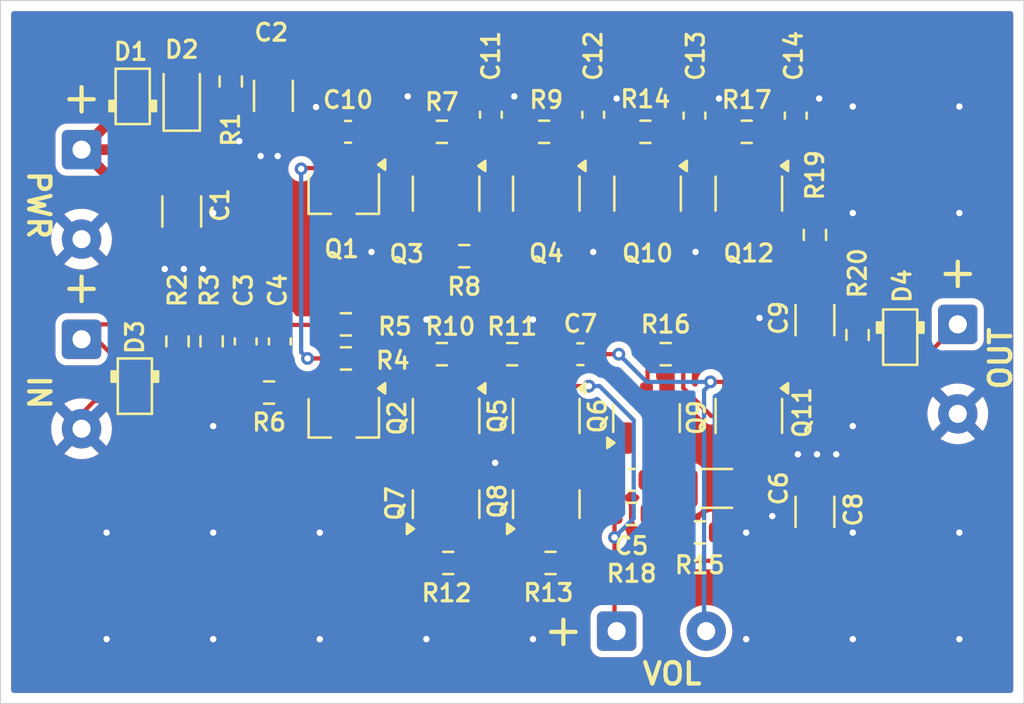
<source format=kicad_pcb>
(kicad_pcb (version 20240108) (generator "pcbnew") (generator_version "8.0")
  (layers (0 "F.Cu" signal) (31 "B.Cu" signal) (34 "B.Paste" user) (35 "F.Paste" user) (36 "B.SilkS" user "B.Silkscreen") (37 "F.SilkS" user "F.Silkscreen") (38 "B.Mask" user) (39 "F.Mask" user) (44 "Edge.Cuts" user))
  (net 0 "")
  (net 1 "GND")
  (net 2 "VCC")
  (net 3 "+9V")
  (net 4 "Net-(C3-Pad1)")
  (net 5 "Net-(Q1-G)")
  (net 6 "Net-(Q10-C)")
  (net 7 "Net-(Q5-C)")
  (net 8 "Net-(Q9-E)")
  (net 9 "Net-(Q11-E)")
  (net 10 "Net-(Q6-B)")
  (net 11 "Net-(C8-Pad2)")
  (net 12 "Net-(C9-Pad2)")
  (net 13 "/OUT")
  (net 14 "/IN")
  (net 15 "Net-(Q1-S)")
  (net 16 "Net-(Q2-D)")
  (net 17 "Net-(Q2-S)")
  (net 18 "Net-(Q3-E)")
  (net 19 "Net-(Q10-B)")
  (net 20 "Net-(Q4-C)")
  (net 21 "Net-(Q4-E)")
  (net 22 "Net-(Q5-E)")
  (net 23 "Net-(Q6-E)")
  (net 24 "Net-(Q6-C)")
  (net 25 "Net-(Q7-E)")
  (net 26 "Net-(Q8-E)")
  (net 27 "Net-(Q10-E)")
  (net 28 "Net-(Q11-B)")
  (net 29 "Net-(Q12-E)")
  (footprint "Diode_SMD:D_SOD-323" (layer "F.Cu") (at 23.5 19.5 90)
    (property "Reference" "D2" (at 2.2 0 0) (layer "F.SilkS") (effects (font (size 0.8 0.8))))
    (property "Value" "1N5819")
    (pad "1" smd roundrect (at -1.05 0 90) (size 0.6 0.45) (layers "F.Cu" "F.Paste" "F.Mask") (net 2 "VCC"))
    (pad "2" smd roundrect (at 1.05 0 90) (size 0.6 0.45) (layers "F.Cu" "F.Paste" "F.Mask") (net 1 "GND"))
  )
  (footprint "Resistor_SMD:R_0603_1608Metric" (layer "F.Cu") (at 39 31.6 180)
    (property "Reference" "R11" (at 0 1.3 0) (layer "F.SilkS") (effects (font (size 0.8 0.8))))
    (property "Value" "100")
    (pad "1" smd roundrect (at -0.825 0 180) (size 0.8 0.95) (layers "F.Cu" "F.Paste" "F.Mask") (net 23 "Net-(Q6-E)"))
    (pad "2" smd roundrect (at 0.825 0 180) (size 0.8 0.95) (layers "F.Cu" "F.Paste" "F.Mask") (net 20 "Net-(Q4-C)"))
  )
  (footprint "Resistor_SMD:R_0603_1608Metric" (layer "F.Cu") (at 25.8 18.8 90)
    (property "Reference" "R1" (at -2.2625 0 90) (layer "F.SilkS") (effects (font (size 0.8 0.8))))
    (property "Value" "100")
    (pad "1" smd roundrect (at -0.825 0 90) (size 0.8 0.95) (layers "F.Cu" "F.Paste" "F.Mask") (net 2 "VCC"))
    (pad "2" smd roundrect (at 0.825 0 90) (size 0.8 0.95) (layers "F.Cu" "F.Paste" "F.Mask") (net 3 "+9V"))
  )
  (footprint "Capacitor_SMD:C_1206_3216Metric" (layer "F.Cu") (at 53.2 39 -90)
    (property "Reference" "C8" (at -0.1 -1.8 90) (layer "F.SilkS") (effects (font (size 0.8 0.8))))
    (property "Value" "100u")
    (pad "1" smd roundrect (at -1.475 0 270) (size 1.15 1.8) (layers "F.Cu" "F.Paste" "F.Mask") (roundrect_rratio 0.217391) (net 1 "GND"))
    (pad "2" smd roundrect (at 1.475 0 270) (size 1.15 1.8) (layers "F.Cu" "F.Paste" "F.Mask") (roundrect_rratio 0.217391) (net 11 "Net-(C8-Pad2)"))
  )
  (footprint "PCM_Diode_SMD_AKL:D_SOD-523" (layer "F.Cu") (at 57.2 30.8 -90)
    (property "Reference" "D4" (at -2.4 -0.1 90) (layer "F.SilkS") (effects (font (size 0.8 0.8))))
    (property "Value" "PESD24VS1U" (hide yes))
    (pad "1" smd roundrect (at -0.7 0 90) (size 0.6 0.7) (layers "F.Cu" "F.Paste" "F.Mask") (net 13 "/OUT"))
    (pad "2" smd roundrect (at 0.7 0 90) (size 0.6 0.7) (layers "F.Cu" "F.Paste" "F.Mask") (net 1 "GND"))
  )
  (footprint "Package_TO_SOT_SMD:SC-59" (layer "F.Cu") (at 31.1 24.0625 -90)
    (property "Reference" "Q1" (at 2.6 0.1 0) (layer "F.SilkS") (effects (font (size 0.8 0.8))))
    (property "Value" "2SK209")
    (pad "1" smd roundrect (at -1.2 -0.95 270) (size 0.9 0.8) (layers "F.Cu" "F.Paste" "F.Mask") (net 3 "+9V"))
    (pad "2" smd roundrect (at -1.2 0.95 270) (size 0.9 0.8) (layers "F.Cu" "F.Paste" "F.Mask") (net 15 "Net-(Q1-S)"))
    (pad "3" smd roundrect (at 1.2 0 270) (size 0.9 0.8) (layers "F.Cu" "F.Paste" "F.Mask") (net 5 "Net-(Q1-G)"))
  )
  (footprint "Capacitor_SMD:C_0603_1608Metric" (layer "F.Cu") (at 44.6 37.5)
    (property "Reference" "C5" (at 0 3.1 0) (layer "F.SilkS") (effects (font (size 0.8 0.8))))
    (property "Value" "10n")
    (pad "1" smd roundrect (at -0.775 0) (size 0.9 0.95) (layers "F.Cu" "F.Paste" "F.Mask") (net 7 "Net-(Q5-C)"))
    (pad "2" smd roundrect (at 0.775 0) (size 0.9 0.95) (layers "F.Cu" "F.Paste" "F.Mask") (net 6 "Net-(Q10-C)"))
  )
  (footprint "Resistor_SMD:R_0603_1608Metric" (layer "F.Cu") (at 24.9 31 -90)
    (property "Reference" "R3" (at -2.4 0.1 90) (layer "F.SilkS") (effects (font (size 0.8 0.8))))
    (property "Value" "1M")
    (pad "1" smd roundrect (at -0.825 0 270) (size 0.8 0.95) (layers "F.Cu" "F.Paste" "F.Mask") (net 1 "GND"))
    (pad "2" smd roundrect (at 0.825 0 270) (size 0.8 0.95) (layers "F.Cu" "F.Paste" "F.Mask") (net 4 "Net-(C3-Pad1)"))
  )
  (footprint "Capacitor_SMD:C_0603_1608Metric" (layer "F.Cu") (at 31.3 21.1625 180)
    (property "Reference" "C10" (at 0 1.5 0) (layer "F.SilkS") (effects (font (size 0.8 0.8))))
    (property "Value" "100n")
    (pad "1" smd roundrect (at -0.775 0 180) (size 0.9 0.95) (layers "F.Cu" "F.Paste" "F.Mask") (net 3 "+9V"))
    (pad "2" smd roundrect (at 0.775 0 180) (size 0.9 0.95) (layers "F.Cu" "F.Paste" "F.Mask") (net 1 "GND"))
  )
  (footprint "Capacitor_SMD:C_0603_1608Metric" (layer "F.Cu") (at 42.2 31.6)
    (property "Reference" "C7" (at 0 -1.43 0) (layer "F.SilkS") (effects (font (size 0.8 0.8))))
    (property "Value" "10n")
    (pad "1" smd roundrect (at -0.775 0) (size 0.9 0.95) (layers "F.Cu" "F.Paste" "F.Mask") (net 10 "Net-(Q6-B)"))
    (pad "2" smd roundrect (at 0.775 0) (size 0.9 0.95) (layers "F.Cu" "F.Paste" "F.Mask") (net 9 "Net-(Q11-E)"))
  )
  (footprint "Resistor_SMD:R_0603_1608Metric" (layer "F.Cu") (at 44.6 39.1 180)
    (property "Reference" "R18" (at 0 -2.8 0) (layer "F.SilkS") (effects (font (size 0.8 0.8))))
    (property "Value" "1k")
    (pad "1" smd roundrect (at -0.825 0 180) (size 0.8 0.95) (layers "F.Cu" "F.Paste" "F.Mask") (net 11 "Net-(C8-Pad2)"))
    (pad "2" smd roundrect (at 0.825 0 180) (size 0.8 0.95) (layers "F.Cu" "F.Paste" "F.Mask") (net 10 "Net-(Q6-B)"))
  )
  (footprint "Resistor_SMD:R_0603_1608Metric" (layer "F.Cu") (at 55.2 30.7 -90)
    (property "Reference" "R20" (at -2.9 0 90) (layer "F.SilkS") (effects (font (size 0.8 0.8))))
    (property "Value" "8k2")
    (pad "1" smd roundrect (at -0.825 0 270) (size 0.8 0.95) (layers "F.Cu" "F.Paste" "F.Mask") (net 1 "GND"))
    (pad "2" smd roundrect (at 0.825 0 270) (size 0.8 0.95) (layers "F.Cu" "F.Paste" "F.Mask") (net 13 "/OUT"))
  )
  (footprint "Resistor_SMD:R_0603_1608Metric" (layer "F.Cu") (at 45.25 21.1625)
    (property "Reference" "R14" (at 0 -1.5375 360) (layer "F.SilkS") (effects (font (size 0.8 0.8))))
    (property "Value" "100")
    (pad "1" smd roundrect (at -0.825 0) (size 0.8 0.95) (layers "F.Cu" "F.Paste" "F.Mask") (net 27 "Net-(Q10-E)"))
    (pad "2" smd roundrect (at 0.825 0) (size 0.8 0.95) (layers "F.Cu" "F.Paste" "F.Mask") (net 3 "+9V"))
  )
  (footprint "Resistor_SMD:R_0603_1608Metric" (layer "F.Cu") (at 31.2 30.2 180)
    (property "Reference" "R4" (at -2.2 -1.7 0) (layer "F.SilkS") (effects (font (size 0.8 0.8))))
    (property "Value" "1M")
    (pad "1" smd roundrect (at -0.825 0 180) (size 0.8 0.95) (layers "F.Cu" "F.Paste" "F.Mask") (net 16 "Net-(Q2-D)"))
    (pad "2" smd roundrect (at 0.825 0 180) (size 0.8 0.95) (layers "F.Cu" "F.Paste" "F.Mask") (net 5 "Net-(Q1-G)"))
  )
  (footprint "Resistor_SMD:R_0603_1608Metric" (layer "F.Cu") (at 46.2 31.6 180)
    (property "Reference" "R16" (at 0 1.4 0) (layer "F.SilkS") (effects (font (size 0.8 0.8))))
    (property "Value" "100")
    (pad "1" smd roundrect (at -0.825 0 180) (size 0.8 0.95) (layers "F.Cu" "F.Paste" "F.Mask") (net 28 "Net-(Q11-B)"))
    (pad "2" smd roundrect (at 0.825 0 180) (size 0.8 0.95) (layers "F.Cu" "F.Paste" "F.Mask") (net 6 "Net-(Q10-C)"))
  )
  (footprint "Resistor_SMD:R_0603_1608Metric" (layer "F.Cu") (at 50 21.1625)
    (property "Reference" "R17" (at 0 -1.5 360) (layer "F.SilkS") (effects (font (size 0.8 0.8))))
    (property "Value" "100")
    (pad "1" smd roundrect (at -0.825 0) (size 0.8 0.95) (layers "F.Cu" "F.Paste" "F.Mask") (net 29 "Net-(Q12-E)"))
    (pad "2" smd roundrect (at 0.825 0) (size 0.8 0.95) (layers "F.Cu" "F.Paste" "F.Mask") (net 3 "+9V"))
  )
  (footprint "Resistor_SMD:R_0603_1608Metric" (layer "F.Cu") (at 53.2 26 90)
    (property "Reference" "R19" (at 2.8 0 90) (layer "F.SilkS") (effects (font (size 0.8 0.8))))
    (property "Value" "100")
    (pad "1" smd roundrect (at -0.825 0 90) (size 0.8 0.95) (layers "F.Cu" "F.Paste" "F.Mask") (net 12 "Net-(C9-Pad2)"))
    (pad "2" smd roundrect (at 0.825 0 90) (size 0.8 0.95) (layers "F.Cu" "F.Paste" "F.Mask") (net 9 "Net-(Q11-E)"))
  )
  (footprint "Resistor_SMD:R_0603_1608Metric" (layer "F.Cu") (at 31.2 31.8 180)
    (property "Reference" "R5" (at -2.3 1.5 0) (layer "F.SilkS") (effects (font (size 0.8 0.8))))
    (property "Value" "1M")
    (pad "1" smd roundrect (at -0.825 0 180) (size 0.8 0.95) (layers "F.Cu" "F.Paste" "F.Mask") (net 16 "Net-(Q2-D)"))
    (pad "2" smd roundrect (at 0.825 0 180) (size 0.8 0.95) (layers "F.Cu" "F.Paste" "F.Mask") (net 15 "Net-(Q1-S)"))
  )
  (footprint "Connector_Wire:SolderWire-0.25sqmm_1x02_P4.2mm_D0.65mm_OD1.7mm" (layer "F.Cu") (at 59.9 30.2 -90)
    (property "Reference" "J3" (hide yes))
    (property "Value" "VOL")
    (pad "1" thru_hole roundrect (at 0 0 270) (size 1.85 1.85) (drill 0.85) (layers "*.Cu" "*.Mask") (roundrect_rratio 0.135135) (net 13 "/OUT"))
    (pad "2" thru_hole circle (at 4.2 0 270) (size 1.85 1.85) (drill 0.85) (layers "*.Cu" "*.Mask") (net 1 "GND"))
  )
  (footprint "Resistor_SMD:R_0603_1608Metric" (layer "F.Cu") (at 27.6 33.4)
    (property "Reference" "R6" (at 0 1.4 0) (layer "F.SilkS") (effects (font (size 0.8 0.8))))
    (property "Value" "1k")
    (pad "1" smd roundrect (at -0.825 0) (size 0.8 0.95) (layers "F.Cu" "F.Paste" "F.Mask") (net 1 "GND"))
    (pad "2" smd roundrect (at 0.825 0) (size 0.8 0.95) (layers "F.Cu" "F.Paste" "F.Mask") (net 17 "Net-(Q2-S)"))
  )
  (footprint "Capacitor_SMD:C_1206_3216Metric" (layer "F.Cu") (at 23.5 24.9 -90)
    (property "Reference" "C1" (at -0.3 -1.8 90) (layer "F.SilkS") (effects (font (size 0.8 0.8))))
    (property "Value" "100u")
    (pad "1" smd roundrect (at -1.475 0 270) (size 1.15 1.8) (layers "F.Cu" "F.Paste" "F.Mask") (roundrect_rratio 0.217391) (net 2 "VCC"))
    (pad "2" smd roundrect (at 1.475 0 270) (size 1.15 1.8) (layers "F.Cu" "F.Paste" "F.Mask") (roundrect_rratio 0.217391) (net 1 "GND"))
  )
  (footprint "PCM_Diode_SMD_AKL:D_SOD-523" (layer "F.Cu") (at 21.3 33.1 -90)
    (property "Reference" "D3" (at -2.3 0 90) (layer "F.SilkS") (effects (font (size 0.8 0.8))))
    (property "Value" "PESD24VS1U" (hide yes))
    (pad "1" smd roundrect (at -0.7 0 90) (size 0.6 0.7) (layers "F.Cu" "F.Paste" "F.Mask") (net 14 "/IN"))
    (pad "2" smd roundrect (at 0.7 0 90) (size 0.6 0.7) (layers "F.Cu" "F.Paste" "F.Mask") (net 1 "GND"))
  )
  (footprint "Package_TO_SOT_SMD:SOT-23-3" (layer "F.Cu") (at 35.9 34.5 -90)
    (property "Reference" "Q5" (at 0 -2.4 90) (layer "F.SilkS") (effects (font (size 0.8 0.8))))
    (property "Value" "2N5401")
    (pad "1" smd roundrect (at -1.1375 -0.95 270) (size 1.325 0.6) (layers "F.Cu" "F.Paste" "F.Mask") (net 16 "Net-(Q2-D)"))
    (pad "2" smd roundrect (at -1.1375 0.95 270) (size 1.325 0.6) (layers "F.Cu" "F.Paste" "F.Mask") (net 22 "Net-(Q5-E)"))
    (pad "3" smd roundrect (at 1.1375 0 270) (size 1.325 0.6) (layers "F.Cu" "F.Paste" "F.Mask") (net 7 "Net-(Q5-C)"))
  )
  (footprint "Package_TO_SOT_SMD:SOT-23" (layer "F.Cu") (at 40.6 38.6375 90)
    (property "Reference" "Q8" (at 0.1375 -2.3 90) (layer "F.SilkS") (effects (font (size 0.8 0.8))))
    (property "Value" "2N5551")
    (pad "1" smd roundrect (at -0.9375 -0.95 90) (size 1.475 0.6) (layers "F.Cu" "F.Paste" "F.Mask") (net 24 "Net-(Q6-C)"))
    (pad "2" smd roundrect (at -0.9375 0.95 90) (size 1.475 0.6) (layers "F.Cu" "F.Paste" "F.Mask") (net 26 "Net-(Q8-E)"))
    (pad "3" smd roundrect (at 0.9375 0 90) (size 1.475 0.6) (layers "F.Cu" "F.Paste" "F.Mask") (net 24 "Net-(Q6-C)"))
  )
  (footprint "Capacitor_SMD:C_0603_1608Metric" (layer "F.Cu") (at 42.8 20.3625 90)
    (property "Reference" "C12" (at 2.7625 0 90) (layer "F.SilkS") (effects (font (size 0.8 0.8))))
    (property "Value" "100n")
    (pad "1" smd roundrect (at -0.775 0 90) (size 0.9 0.95) (layers "F.Cu" "F.Paste" "F.Mask") (net 3 "+9V"))
    (pad "2" smd roundrect (at 0.775 0 90) (size 0.9 0.95) (layers "F.Cu" "F.Paste" "F.Mask") (net 1 "GND"))
  )
  (footprint "Capacitor_SMD:C_0603_1608Metric" (layer "F.Cu") (at 47.55 20.4 90)
    (property "Reference" "C13" (at 2.8 0.05 90) (layer "F.SilkS") (effects (font (size 0.8 0.8))))
    (property "Value" "100n")
    (pad "1" smd roundrect (at -0.775 0 90) (size 0.9 0.95) (layers "F.Cu" "F.Paste" "F.Mask") (net 3 "+9V"))
    (pad "2" smd roundrect (at 0.775 0 90) (size 0.9 0.95) (layers "F.Cu" "F.Paste" "F.Mask") (net 1 "GND"))
  )
  (footprint "Package_TO_SOT_SMD:SOT-23-3" (layer "F.Cu") (at 40.6 24.0625 -90)
    (property "Reference" "Q4" (at 2.8 0 0) (layer "F.SilkS") (effects (font (size 0.8 0.8))))
    (property "Value" "2N5401")
    (pad "1" smd roundrect (at -1.1375 -0.95 270) (size 1.325 0.6) (layers "F.Cu" "F.Paste" "F.Mask") (net 19 "Net-(Q10-B)"))
    (pad "2" smd roundrect (at -1.1375 0.95 270) (size 1.325 0.6) (layers "F.Cu" "F.Paste" "F.Mask") (net 21 "Net-(Q4-E)"))
    (pad "3" smd roundrect (at 1.1375 0 270) (size 1.325 0.6) (layers "F.Cu" "F.Paste" "F.Mask") (net 20 "Net-(Q4-C)"))
  )
  (footprint "Resistor_SMD:R_0603_1608Metric" (layer "F.Cu") (at 36.75 27 180)
    (property "Reference" "R8" (at 0 -1.43 0) (layer "F.SilkS") (effects (font (size 0.8 0.8))))
    (property "Value" "8k2")
    (pad "1" smd roundrect (at -0.825 0 180) (size 0.8 0.95) (layers "F.Cu" "F.Paste" "F.Mask") (net 1 "GND"))
    (pad "2" smd roundrect (at 0.825 0 180) (size 0.8 0.95) (layers "F.Cu" "F.Paste" "F.Mask") (net 19 "Net-(Q10-B)"))
  )
  (footprint "Package_TO_SOT_SMD:SOT-23-3" (layer "F.Cu") (at 50.1 24.0625 -90)
    (property "Reference" "Q12" (at 2.8 0 0) (layer "F.SilkS") (effects (font (size 0.8 0.8))))
    (property "Value" "2N5401")
    (pad "1" smd roundrect (at -1.1375 -0.95 270) (size 1.325 0.6) (layers "F.Cu" "F.Paste" "F.Mask") (net 19 "Net-(Q10-B)"))
    (pad "2" smd roundrect (at -1.1375 0.95 270) (size 1.325 0.6) (layers "F.Cu" "F.Paste" "F.Mask") (net 29 "Net-(Q12-E)"))
    (pad "3" smd roundrect (at 1.1375 0 270) (size 1.325 0.6) (layers "F.Cu" "F.Paste" "F.Mask") (net 9 "Net-(Q11-E)"))
  )
  (footprint "Capacitor_SMD:C_0603_1608Metric" (layer "F.Cu") (at 52.3 20.4 90)
    (property "Reference" "C14" (at 2.8 -0.1 90) (layer "F.SilkS") (effects (font (size 0.8 0.8))))
    (property "Value" "100n")
    (pad "1" smd roundrect (at -0.775 0 90) (size 0.9 0.95) (layers "F.Cu" "F.Paste" "F.Mask") (net 3 "+9V"))
    (pad "2" smd roundrect (at 0.775 0 90) (size 0.9 0.95) (layers "F.Cu" "F.Paste" "F.Mask") (net 1 "GND"))
  )
  (footprint "Resistor_SMD:R_0603_1608Metric" (layer "F.Cu") (at 36 41.4)
    (property "Reference" "R12" (at -0.075 1.4125 360) (layer "F.SilkS") (effects (font (size 0.8 0.8))))
    (property "Value" "1M")
    (pad "1" smd roundrect (at -0.825 0) (size 0.8 0.95) (layers "F.Cu" "F.Paste" "F.Mask") (net 1 "GND"))
    (pad "2" smd roundrect (at 0.825 0) (size 0.8 0.95) (layers "F.Cu" "F.Paste" "F.Mask") (net 25 "Net-(Q7-E)"))
  )
  (footprint "Package_TO_SOT_SMD:SOT-23-3" (layer "F.Cu") (at 40.6 34.5 -90)
    (property "Reference" "Q6" (at 0 -2.4 90) (layer "F.SilkS") (effects (font (size 0.8 0.8))))
    (property "Value" "2N5401")
    (pad "1" smd roundrect (at -1.1375 -0.95 270) (size 1.325 0.6) (layers "F.Cu" "F.Paste" "F.Mask") (net 10 "Net-(Q6-B)"))
    (pad "2" smd roundrect (at -1.1375 0.95 270) (size 1.325 0.6) (layers "F.Cu" "F.Paste" "F.Mask") (net 23 "Net-(Q6-E)"))
    (pad "3" smd roundrect (at 1.1375 0 270) (size 1.325 0.6) (layers "F.Cu" "F.Paste" "F.Mask") (net 24 "Net-(Q6-C)"))
  )
  (footprint "Capacitor_SMD:C_0603_1608Metric" (layer "F.Cu") (at 38 20.3625 90)
    (property "Reference" "C11" (at 2.7625 0 90) (layer "F.SilkS") (effects (font (size 0.8 0.8))))
    (property "Value" "100n")
    (pad "1" smd roundrect (at -0.775 0 90) (size 0.9 0.95) (layers "F.Cu" "F.Paste" "F.Mask") (net 3 "+9V"))
    (pad "2" smd roundrect (at 0.775 0 90) (size 0.9 0.95) (layers "F.Cu" "F.Paste" "F.Mask") (net 1 "GND"))
  )
  (footprint "Package_TO_SOT_SMD:SOT-23-3" (layer "F.Cu") (at 45.35 24.0625 -90)
    (property "Reference" "Q10" (at 2.8 0 0) (layer "F.SilkS") (effects (font (size 0.8 0.8))))
    (property "Value" "2N5401")
    (pad "1" smd roundrect (at -1.1375 -0.95 270) (size 1.325 0.6) (layers "F.Cu" "F.Paste" "F.Mask") (net 19 "Net-(Q10-B)"))
    (pad "2" smd roundrect (at -1.1375 0.95 270) (size 1.325 0.6) (layers "F.Cu" "F.Paste" "F.Mask") (net 27 "Net-(Q10-E)"))
    (pad "3" smd roundrect (at 1.1375 0 270) (size 1.325 0.6) (layers "F.Cu" "F.Paste" "F.Mask") (net 6 "Net-(Q10-C)"))
  )
  (footprint "Capacitor_SMD:C_0603_1608Metric" (layer "F.Cu") (at 26.5 31 90)
    (property "Reference" "C3" (at 2.4 -0.1 90) (layer "F.SilkS") (effects (font (size 0.8 0.8))))
    (property "Value" "100p")
    (pad "1" smd roundrect (at -0.775 0 90) (size 0.9 0.95) (layers "F.Cu" "F.Paste" "F.Mask") (net 4 "Net-(C3-Pad1)"))
    (pad "2" smd roundrect (at 0.775 0 90) (size 0.9 0.95) (layers "F.Cu" "F.Paste" "F.Mask") (net 1 "GND"))
  )
  (footprint "Resistor_SMD:R_0603_1608Metric" (layer "F.Cu") (at 35.7 21.1625)
    (property "Reference" "R7" (at 0 -1.4 360) (layer "F.SilkS") (effects (font (size 0.8 0.8))))
    (property "Value" "100")
    (pad "1" smd roundrect (at -0.825 0) (size 0.8 0.95) (layers "F.Cu" "F.Paste" "F.Mask") (net 18 "Net-(Q3-E)"))
    (pad "2" smd roundrect (at 0.825 0) (size 0.8 0.95) (layers "F.Cu" "F.Paste" "F.Mask") (net 3 "+9V"))
  )
  (footprint "Capacitor_SMD:C_0603_1608Metric" (layer "F.Cu") (at 28.1 31 90)
    (property "Reference" "C4" (at 2.4 -0.1 90) (layer "F.SilkS") (effects (font (size 0.8 0.8))))
    (property "Value" "10n")
    (pad "1" smd roundrect (at -0.775 0 90) (size 0.9 0.95) (layers "F.Cu" "F.Paste" "F.Mask") (net 4 "Net-(C3-Pad1)"))
    (pad "2" smd roundrect (at 0.775 0 90) (size 0.9 0.95) (layers "F.Cu" "F.Paste" "F.Mask") (net 5 "Net-(Q1-G)"))
  )
  (footprint "Connector_Wire:SolderWire-0.25sqmm_1x02_P4.2mm_D0.65mm_OD1.7mm" (layer "F.Cu") (at 18.8 30.9 -90)
    (property "Reference" "J2" (hide yes))
    (property "Value" "IN")
    (pad "1" thru_hole roundrect (at 0 0 270) (size 1.85 1.85) (drill 0.85) (layers "*.Cu" "*.Mask") (roundrect_rratio 0.135135) (net 14 "/IN"))
    (pad "2" thru_hole circle (at 4.2 0 270) (size 1.85 1.85) (drill 0.85) (layers "*.Cu" "*.Mask") (net 1 "GND"))
  )
  (footprint "Package_TO_SOT_SMD:SC-59" (layer "F.Cu") (at 31.1 34.5625 -90)
    (property "Reference" "Q2" (at 0.0375 -2.5 90) (layer "F.SilkS") (effects (font (size 0.8 0.8))))
    (property "Value" "2SK209")
    (pad "1" smd roundrect (at -1.2 -0.95 270) (size 0.9 0.8) (layers "F.Cu" "F.Paste" "F.Mask") (net 16 "Net-(Q2-D)"))
    (pad "2" smd roundrect (at -1.2 0.95 270) (size 0.9 0.8) (layers "F.Cu" "F.Paste" "F.Mask") (net 17 "Net-(Q2-S)"))
    (pad "3" smd roundrect (at 1.2 0 270) (size 0.9 0.8) (layers "F.Cu" "F.Paste" "F.Mask") (net 1 "GND"))
  )
  (footprint "PCM_Diode_SMD_AKL:D_SOD-523" (layer "F.Cu") (at 21.2 19.5 90)
    (property "Reference" "D1" (at 2.1 -0.1 0) (layer "F.SilkS") (effects (font (size 0.8 0.8))))
    (property "Value" "PESD24VS1U" (hide yes))
    (pad "1" smd roundrect (at -0.7 0 270) (size 0.6 0.7) (layers "F.Cu" "F.Paste" "F.Mask") (net 2 "VCC"))
    (pad "2" smd roundrect (at 0.7 0 270) (size 0.6 0.7) (layers "F.Cu" "F.Paste" "F.Mask") (net 1 "GND"))
  )
  (footprint "Capacitor_SMD:C_1206_3216Metric" (layer "F.Cu") (at 48.6 37.9)
    (property "Reference" "C6" (at 2.9 0 90) (layer "F.SilkS") (effects (font (size 0.8 0.8))))
    (property "Value" "100u")
    (pad "1" smd roundrect (at -1.475 0) (size 1.15 1.8) (layers "F.Cu" "F.Paste" "F.Mask") (roundrect_rratio 0.217391) (net 8 "Net-(Q9-E)"))
    (pad "2" smd roundrect (at 1.475 0) (size 1.15 1.8) (layers "F.Cu" "F.Paste" "F.Mask") (roundrect_rratio 0.217391) (net 1 "GND"))
  )
  (footprint "Package_TO_SOT_SMD:SOT-23" (layer "F.Cu") (at 35.9 38.6375 90)
    (property "Reference" "Q7" (at 0.0375 -2.4 90) (layer "F.SilkS") (effects (font (size 0.8 0.8))))
    (property "Value" "2N5551")
    (pad "1" smd roundrect (at -0.9375 -0.95 90) (size 1.475 0.6) (layers "F.Cu" "F.Paste" "F.Mask") (net 24 "Net-(Q6-C)"))
    (pad "2" smd roundrect (at -0.9375 0.95 90) (size 1.475 0.6) (layers "F.Cu" "F.Paste" "F.Mask") (net 25 "Net-(Q7-E)"))
    (pad "3" smd roundrect (at 0.9375 0 90) (size 1.475 0.6) (layers "F.Cu" "F.Paste" "F.Mask") (net 7 "Net-(Q5-C)"))
  )
  (footprint "Package_TO_SOT_SMD:SOT-23-3" (layer "F.Cu") (at 35.9 24.0625 -90)
    (property "Reference" "Q3" (at 2.825 1.85 0) (layer "F.SilkS") (effects (font (size 0.8 0.8))))
    (property "Value" "2N5401")
    (pad "1" smd roundrect (at -1.1375 -0.95 270) (size 1.325 0.6) (layers "F.Cu" "F.Paste" "F.Mask") (net 19 "Net-(Q10-B)"))
    (pad "2" smd roundrect (at -1.1375 0.95 270) (size 1.325 0.6) (layers "F.Cu" "F.Paste" "F.Mask") (net 18 "Net-(Q3-E)"))
    (pad "3" smd roundrect (at 1.1375 0 270) (size 1.325 0.6) (layers "F.Cu" "F.Paste" "F.Mask") (net 19 "Net-(Q10-B)"))
  )
  (footprint "Resistor_SMD:R_0603_1608Metric" (layer "F.Cu") (at 40.5 21.1625)
    (property "Reference" "R9" (at 0.1 -1.5 360) (layer "F.SilkS") (effects (font (size 0.8 0.8))))
    (property "Value" "100")
    (pad "1" smd roundrect (at -0.825 0) (size 0.8 0.95) (layers "F.Cu" "F.Paste" "F.Mask") (net 21 "Net-(Q4-E)"))
    (pad "2" smd roundrect (at 0.825 0) (size 0.8 0.95) (layers "F.Cu" "F.Paste" "F.Mask") (net 3 "+9V"))
  )
  (footprint "Resistor_SMD:R_0603_1608Metric" (layer "F.Cu") (at 47.8 39.9625 180)
    (property "Reference" "R15" (at 0 -1.5375 0) (layer "F.SilkS") (effects (font (size 0.8 0.8))))
    (property "Value" "100")
    (pad "1" smd roundrect (at -0.825 0 180) (size 0.8 0.95) (layers "F.Cu" "F.Paste" "F.Mask") (net 1 "GND"))
    (pad "2" smd roundrect (at 0.825 0 180) (size 0.8 0.95) (layers "F.Cu" "F.Paste" "F.Mask") (net 8 "Net-(Q9-E)"))
  )
  (footprint "Capacitor_SMD:C_1206_3216Metric" (layer "F.Cu") (at 53.2 30 90)
    (property "Reference" "C9" (at 0.1 -1.7 90) (layer "F.SilkS") (effects (font (size 0.8 0.8))))
    (property "Value" "100u")
    (pad "1" smd roundrect (at -1.475 0 90) (size 1.15 1.8) (layers "F.Cu" "F.Paste" "F.Mask") (roundrect_rratio 0.217391) (net 13 "/OUT"))
    (pad "2" smd roundrect (at 1.475 0 90) (size 1.15 1.8) (layers "F.Cu" "F.Paste" "F.Mask") (roundrect_rratio 0.217391) (net 12 "Net-(C9-Pad2)"))
  )
  (footprint "Resistor_SMD:R_0603_1608Metric" (layer "F.Cu") (at 35.7 31.6 180)
    (property "Reference" "R10" (at -0.4 1.3 0) (layer "F.SilkS") (effects (font (size 0.8 0.8))))
    (property "Value" "100")
    (pad "1" smd roundrect (at -0.825 0 180) (size 0.8 0.95) (layers "F.Cu" "F.Paste" "F.Mask") (net 20 "Net-(Q4-C)"))
    (pad "2" smd roundrect (at 0.825 0 180) (size 0.8 0.95) (layers "F.Cu" "F.Paste" "F.Mask") (net 22 "Net-(Q5-E)"))
  )
  (footprint "Resistor_SMD:R_0603_1608Metric" (layer "F.Cu") (at 23.3 31 -90)
    (property "Reference" "R2" (at -2.4 0 90) (layer "F.SilkS") (effects (font (size 0.8 0.8))))
    (property "Value" "100")
    (pad "1" smd roundrect (at -0.825 0 270) (size 0.8 0.95) (layers "F.Cu" "F.Paste" "F.Mask") (net 14 "/IN"))
    (pad "2" smd roundrect (at 0.825 0 270) (size 0.8 0.95) (layers "F.Cu" "F.Paste" "F.Mask") (net 4 "Net-(C3-Pad1)"))
  )
  (footprint "Connector_Wire:SolderWire-0.25sqmm_1x02_P4.2mm_D0.65mm_OD1.7mm" (layer "F.Cu") (at 43.9 44.6)
    (property "Reference" "R21" (hide yes))
    (property "Value" "A10k")
    (pad "1" thru_hole roundrect (at 0 0) (size 1.85 1.85) (drill 0.85) (layers "*.Cu" "*.Mask") (roundrect_rratio 0.135135) (net 10 "Net-(Q6-B)"))
    (pad "2" thru_hole circle (at 4.2 0) (size 1.85 1.85) (drill 0.85) (layers "*.Cu" "*.Mask") (net 9 "Net-(Q11-E)"))
  )
  (footprint "Capacitor_SMD:C_1206_3216Metric" (layer "F.Cu") (at 27.8 19.475 -90)
    (property "Reference" "C2" (at -2.975 0.1 0) (layer "F.SilkS") (effects (font (size 0.8 0.8))))
    (property "Value" "100u")
    (pad "1" smd roundrect (at -1.475 0 270) (size 1.15 1.8) (layers "F.Cu" "F.Paste" "F.Mask") (roundrect_rratio 0.217391) (net 3 "+9V"))
    (pad "2" smd roundrect (at 1.475 0 270) (size 1.15 1.8) (layers "F.Cu" "F.Paste" "F.Mask") (roundrect_rratio 0.217391) (net 1 "GND"))
  )
  (footprint "Package_TO_SOT_SMD:SOT-23-3" (layer "F.Cu") (at 50.1 34.5 -90)
    (property "Reference" "Q11" (at -0.1625 -2.5 90) (layer "F.SilkS") (effects (font (size 0.8 0.8))))
    (property "Value" "2N5401")
    (pad "1" smd roundrect (at -1.1375 -0.95 270) (size 1.325 0.6) (layers "F.Cu" "F.Paste" "F.Mask") (net 28 "Net-(Q11-B)"))
    (pad "2" smd roundrect (at -1.1375 0.95 270) (size 1.325 0.6) (layers "F.Cu" "F.Paste" "F.Mask") (net 9 "Net-(Q11-E)"))
    (pad "3" smd roundrect (at 1.1375 0 270) (size 1.325 0.6) (layers "F.Cu" "F.Paste" "F.Mask") (net 1 "GND"))
  )
  (footprint "Package_TO_SOT_SMD:SOT-23" (layer "F.Cu") (at 45.3 34.6 90)
    (property "Reference" "Q9" (at 0.025 2.35 90) (layer "F.SilkS") (effects (font (size 0.8 0.8))))
    (property "Value" "2N5551")
    (pad "1" smd roundrect (at -0.9375 -0.95 90) (size 1.475 0.6) (layers "F.Cu" "F.Paste" "F.Mask") (net 7 "Net-(Q5-C)"))
    (pad "2" smd roundrect (at -0.9375 0.95 90) (size 1.475 0.6) (layers "F.Cu" "F.Paste" "F.Mask") (net 8 "Net-(Q9-E)"))
    (pad "3" smd roundrect (at 0.9375 0 90) (size 1.475 0.6) (layers "F.Cu" "F.Paste" "F.Mask") (net 6 "Net-(Q10-C)"))
  )
  (footprint "Connector_Wire:SolderWire-0.25sqmm_1x02_P4.2mm_D0.65mm_OD1.7mm" (layer "F.Cu") (at 18.8 22 -90)
    (property "Reference" "J1" (hide yes))
    (property "Value" "PWR")
    (pad "1" thru_hole roundrect (at 0 0 270) (size 1.85 1.85) (drill 0.85) (layers "*.Cu" "*.Mask") (roundrect_rratio 0.135135) (net 2 "VCC"))
    (pad "2" thru_hole circle (at 4.2 0 270) (size 1.85 1.85) (drill 0.85) (layers "*.Cu" "*.Mask") (net 1 "GND"))
  )
  (footprint "Resistor_SMD:R_0603_1608Metric" (layer "F.Cu") (at 40.8 41.4)
    (property "Reference" "R13" (at -0.1 1.4 360) (layer "F.SilkS") (effects (font (size 0.8 0.8))))
    (property "Value" "100")
    (pad "1" smd roundrect (at -0.825 0) (size 0.8 0.95) (layers "F.Cu" "F.Paste" "F.Mask") (net 1 "GND"))
    (pad "2" smd roundrect (at 0.825 0) (size 0.8 0.95) (layers "F.Cu" "F.Paste" "F.Mask") (net 26 "Net-(Q8-E)"))
  )
  (gr_rect (start 15 15) (end 63 48) (stroke (width 0.05)) (fill none) (layer "Edge.Cuts"))
  (gr_text "IN" (at 17.38 32.5 270) (layer "F.SilkS") (effects (font (size 1 1) (thickness 0.2) (bold yes)) (justify left top)))
  (gr_text "PWR" (at 17.38 24.6 270) (layer "F.SilkS") (effects (font (size 1 1) (thickness 0.2) (bold yes)) (justify top)))
  (gr_text "VOL\n" (at 46.5 46.02 0) (layer "F.SilkS") (effects (font (size 1 1) (thickness 0.2) (bold yes)) (justify top)))
  (gr_text "+" (at 59.9 28.6 0) (layer "F.SilkS") (effects (font (size 1.5 1.5) (thickness 0.2)) (justify bottom)))
  (gr_text "+" (at 18.8 29.3 0) (layer "F.SilkS") (effects (font (size 1.5 1.5) (thickness 0.2)) (justify bottom)))
  (gr_text "OUT" (at 61.32 31.8 90) (layer "F.SilkS") (effects (font (size 1 1) (thickness 0.2) (bold yes)) (justify top)))
  (gr_text "+" (at 41.4 45.4 0) (layer "F.SilkS") (effects (font (size 1.5 1.5) (thickness 0.2)) (justify bottom)))
  (gr_text "+" (at 18.8 20.4 0) (layer "F.SilkS") (effects (font (size 1.5 1.5) (thickness 0.2)) (justify bottom)))
  (segment (start 53.4 19.6) (end 52.325 19.6) (width 0.2) (layer "F.Cu") (net 1))
  (segment (start 38.0875 19.5) (end 38 19.5875) (width 0.2) (layer "F.Cu") (net 1))
  (segment (start 42.8125 19.6) (end 42.8 19.5875) (width 0.2) (layer "F.Cu") (net 1))
  (segment (start 43.9 19.6) (end 42.8125 19.6) (width 0.2) (layer "F.Cu") (net 1))
  (segment (start 47.575 19.6) (end 47.55 19.625) (width 0.2) (layer "F.Cu") (net 1))
  (segment (start 26.5 30.225) (end 24.95 30.225) (width 0.2) (layer "F.Cu") (net 1))
  (segment (start 24.95 30.225) (end 24.9 30.175) (width 0.2) (layer "F.Cu") (net 1))
  (segment (start 52.325 19.6) (end 52.3 19.625) (width 0.2) (layer "F.Cu") (net 1))
  (segment (start 48.7 19.6) (end 47.575 19.6) (width 0.2) (layer "F.Cu") (net 1))
  (segment (start 39.1 19.5) (end 38.0875 19.5) (width 0.2) (layer "F.Cu") (net 1))
  (segment (start 21.3 33.8) (end 19.4 33.8) (width 0.2) (layer "F.Cu") (net 1))
  (segment (start 19.4 33.8) (end 18.8 34.4) (width 0.2) (layer "F.Cu") (net 1))
  (via (at 34.975 29.975) (size 0.6) (drill 0.3) (layers "F.Cu" "B.Cu") (net 1))
  (via (at 42.8 26.8) (size 0.6) (drill 0.3) (layers "F.Cu" "B.Cu") (net 1))
  (via (at 24.975 34.975) (size 0.6) (drill 0.3) (layers "F.Cu" "B.Cu") (net 1))
  (via (at 26.2 21.6) (size 0.6) (drill 0.3) (layers "F.Cu" "B.Cu") (net 1))
  (via (at 19.975 39.975) (size 0.6) (drill 0.3) (layers "F.Cu" "B.Cu") (net 1))
  (via (at 34.975 44.975) (size 0.6) (drill 0.3) (layers "F.Cu" "B.Cu") (net 1))
  (via (at 22.7 27.6) (size 0.6) (drill 0.3) (layers "F.Cu" "B.Cu") (net 1))
  (via (at 29.8 20) (size 0.6) (drill 0.3) (layers "F.Cu" "B.Cu") (net 1))
  (via (at 51.2 39.2) (size 0.6) (drill 0.3) (layers "F.Cu" "B.Cu") (net 1))
  (via (at 49.975 39.975) (size 0.6) (drill 0.3) (layers "F.Cu" "B.Cu") (net 1))
  (via (at 54.2 36.3) (size 0.6) (drill 0.3) (layers "F.Cu" "B.Cu") (net 1))
  (via (at 34.1 19.5) (size 0.6) (drill 0.3) (layers "F.Cu" "B.Cu") (net 1))
  (via (at 59.975 39.975) (size 0.6) (drill 0.3) (layers "F.Cu" "B.Cu") (net 1))
  (via (at 43.9 19.6) (size 0.6) (drill 0.3) (layers "F.Cu" "B.Cu") (net 1))
  (via (at 28 22.3) (size 0.6) (drill 0.3) (layers "F.Cu" "B.Cu") (net 1))
  (via (at 29.975 39.975) (size 0.6) (drill 0.3) (layers "F.Cu" "B.Cu") (net 1))
  (via (at 54.975 24.975) (size 0.6) (drill 0.3) (layers "F.Cu" "B.Cu") (net 1))
  (via (at 39.1 19.5) (size 0.6) (drill 0.3) (layers "F.Cu" "B.Cu") (net 1))
  (via (at 53.3 36.3) (size 0.6) (drill 0.3) (layers "F.Cu" "B.Cu") (net 1))
  (via (at 52.4 36.3) (size 0.6) (drill 0.3) (layers "F.Cu" "B.Cu") (net 1))
  (via (at 54.975 19.975) (size 0.6) (drill 0.3) (layers "F.Cu" "B.Cu") (net 1))
  (via (at 50.6 29.9) (size 0.6) (drill 0.3) (layers "F.Cu" "B.Cu") (net 1))
  (via (at 39.975 44.975) (size 0.6) (drill 0.3) (layers "F.Cu" "B.Cu") (net 1))
  (via (at 59.975 24.975) (size 0.6) (drill 0.3) (layers "F.Cu" "B.Cu") (net 1))
  (via (at 27.2 22.3) (size 0.6) (drill 0.3) (layers "F.Cu" "B.Cu") (net 1))
  (via (at 32.4 26.8) (size 0.6) (drill 0.3) (layers "F.Cu" "B.Cu") (net 1))
  (via (at 39.975 29.975) (size 0.6) (drill 0.3) (layers "F.Cu" "B.Cu") (net 1))
  (via (at 24.975 39.975) (size 0.6) (drill 0.3) (layers "F.Cu" "B.Cu") (net 1))
  (via (at 23.6 27.6) (size 0.6) (drill 0.3) (layers "F.Cu" "B.Cu") (net 1))
  (via (at 24.5 27.6) (size 0.6) (drill 0.3) (layers "F.Cu" "B.Cu") (net 1))
  (via (at 24.975 44.975) (size 0.6) (drill 0.3) (layers "F.Cu" "B.Cu") (net 1))
  (via (at 54.975 34.975) (size 0.6) (drill 0.3) (layers "F.Cu" "B.Cu") (net 1))
  (via (at 47.6 26.8) (size 0.6) (drill 0.3) (layers "F.Cu" "B.Cu") (net 1))
  (via (at 38.2 36.7) (size 0.6) (drill 0.3) (layers "F.Cu" "B.Cu") (net 1))
  (via (at 59.975 19.975) (size 0.6) (drill 0.3) (layers "F.Cu" "B.Cu") (net 1))
  (via (at 19.975 44.975) (size 0.6) (drill 0.3) (layers "F.Cu" "B.Cu") (net 1))
  (via (at 59.975 44.975) (size 0.6) (drill 0.3) (layers "F.Cu" "B.Cu") (net 1))
  (via (at 48.7 19.6) (size 0.6) (drill 0.3) (layers "F.Cu" "B.Cu") (net 1))
  (via (at 49.975 44.975) (size 0.6) (drill 0.3) (layers "F.Cu" "B.Cu") (net 1))
  (via (at 54.975 44.975) (size 0.6) (drill 0.3) (layers "F.Cu" "B.Cu") (net 1))
  (via (at 29.975 44.975) (size 0.6) (drill 0.3) (layers "F.Cu" "B.Cu") (net 1))
  (via (at 24.975 24.975) (size 0.6) (drill 0.3) (layers "F.Cu" "B.Cu") (net 1))
  (via (at 53.4 19.6) (size 0.6) (drill 0.3) (layers "F.Cu" "B.Cu") (net 1))
  (via (at 54.975 39.975) (size 0.6) (drill 0.3) (layers "F.Cu" "B.Cu") (net 1))
  (segment (start 22.05 22) (end 23.5 20.55) (width 0.5) (layer "F.Cu") (net 2))
  (segment (start 20.2 23.4) (end 18.8 22) (width 0.5) (layer "F.Cu") (net 2))
  (segment (start 23.5 20.55) (end 24.875 20.55) (width 0.5) (layer "F.Cu") (net 2))
  (segment (start 18.8 22) (end 22.05 22) (width 0.5) (layer "F.Cu") (net 2))
  (segment (start 24.875 20.55) (end 25.8 19.625) (width 0.5) (layer "F.Cu") (net 2))
  (segment (start 23.5 23.125) (end 23.225 23.4) (width 0.5) (layer "F.Cu") (net 2))
  (segment (start 23.225 23.4) (end 20.2 23.4) (width 0.5) (layer "F.Cu") (net 2))
  (segment (start 20.6 20.2) (end 21.2 20.2) (width 0.5) (layer "F.Cu") (net 2))
  (segment (start 18.8 22) (end 20.6 20.2) (width 0.5) (layer "F.Cu") (net 2))
  (segment (start 32.075 22.8375) (end 32.05 22.8625) (width 0.5) (layer "F.Cu") (net 3))
  (segment (start 27.775 17.975) (end 27.8 18) (width 0.5) (layer "F.Cu") (net 3))
  (segment (start 37.975 21.1625) (end 38 21.1375) (width 0.5) (layer "F.Cu") (net 3))
  (segment (start 47.5375 21.1625) (end 47.55 21.175) (width 0.5) (layer "F.Cu") (net 3))
  (segment (start 46.075 21.1625) (end 46.075 18.075) (width 0.5) (layer "F.Cu") (net 3))
  (segment (start 32.075 18.075) (end 32.075 21.1625) (width 0.5) (layer "F.Cu") (net 3))
  (segment (start 50.825 19.225) (end 50.825 21.1625) (width 0.5) (layer "F.Cu") (net 3))
  (segment (start 47.525 21.2) (end 47.55 21.175) (width 0.2) (layer "F.Cu") (net 3))
  (segment (start 41.325 21.1625) (end 41.325 18.025) (width 0.5) (layer "F.Cu") (net 3))
  (segment (start 32.05 22.8625) (end 32.05 21.2625) (width 0.2) (layer "F.Cu") (net 3))
  (segment (start 32 18) (end 32.075 18.075) (width 0.5) (layer "F.Cu") (net 3))
  (segment (start 41.325 21.1625) (end 42.775 21.1625) (width 0.5) (layer "F.Cu") (net 3))
  (segment (start 52.3 21.175) (end 50.8375 21.175) (width 0.5) (layer "F.Cu") (net 3))
  (segment (start 38 21.1625) (end 38.15 21.0125) (width 0.2) (layer "F.Cu") (net 3))
  (segment (start 36.675 21.0375) (end 36.8 21.1625) (width 0.2) (layer "F.Cu") (net 3))
  (segment (start 32.075 21.1625) (end 32.075 22.8375) (width 0.5) (layer "F.Cu") (net 3))
  (segment (start 46.075 18.075) (end 46 18) (width 0.5) (layer "F.Cu") (net 3))
  (segment (start 42.775 21.1625) (end 42.8 21.1375) (width 0.5) (layer "F.Cu") (net 3))
  (segment (start 32 18) (end 36.4 18) (width 0.5) (layer "F.Cu") (net 3))
  (segment (start 36.4 18) (end 36.525 18.125) (width 0.5) (layer "F.Cu") (net 3))
  (segment (start 41.325 18.025) (end 41.3 18) (width 0.5) (layer "F.Cu") (net 3))
  (segment (start 41.3 18) (end 46 18) (width 0.5) (layer "F.Cu") (net 3))
  (segment (start 46.075 21.2) (end 47.525 21.2) (width 0.2) (layer "F.Cu") (net 3))
  (segment (start 49.6 18) (end 50.825 19.225) (width 0.5) (layer "F.Cu") (net 3))
  (segment (start 36.525 18.125) (end 36.525 21.1625) (width 0.5) (layer "F.Cu") (net 3))
  (segment (start 36.525 21.1625) (end 37.975 21.1625) (width 0.5) (layer "F.Cu") (net 3))
  (segment (start 27.8 18) (end 32 18) (width 0.5) (layer "F.Cu") (net 3))
  (segment (start 46 18) (end 49.6 18) (width 0.5) (layer "F.Cu") (net 3))
  (segment (start 36.8 21.1625) (end 38 21.1625) (width 0.2) (layer "F.Cu") (net 3))
  (segment (start 50.8375 21.175) (end 50.825 21.1625) (width 0.5) (layer "F.Cu") (net 3))
  (segment (start 25.8 17.975) (end 27.775 17.975) (width 0.5) (layer "F.Cu") (net 3))
  (segment (start 41.525 21.1625) (end 42.575 21.1625) (width 0.2) (layer "F.Cu") (net 3))
  (segment (start 36.4 18) (end 41.3 18) (width 0.5) (layer "F.Cu") (net 3))
  (segment (start 46.075 21.1625) (end 47.5375 21.1625) (width 0.5) (layer "F.Cu") (net 3))
  (segment (start 28.05 31.825) (end 28.1 31.775) (width 0.2) (layer "F.Cu") (net 4))
  (segment (start 24.9 31.825) (end 28.05 31.825) (width 0.2) (layer "F.Cu") (net 4))
  (segment (start 23.3 31.825) (end 24.9 31.825) (width 0.2) (layer "F.Cu") (net 4))
  (segment (start 28.175 30.3) (end 28.1 30.225) (width 0.2) (layer "F.Cu") (net 5))
  (segment (start 28.1 30.225) (end 30.35 30.225) (width 0.2) (layer "F.Cu") (net 5))
  (segment (start 30.35 30.225) (end 30.375 30.2) (width 0.2) (layer "F.Cu") (net 5))
  (segment (start 30.375 29.7625) (end 30.375 25.9875) (width 0.2) (layer "F.Cu") (net 5))
  (segment (start 30.375 25.9875) (end 31.1 25.2625) (width 0.2) (layer "F.Cu") (net 5))
  (segment (start 45.375 31.6625) (end 45.375 31.7875) (width 0.2) (layer "F.Cu") (net 6))
  (segment (start 45.35 31.8125) (end 45.35 33.6875) (width 0.2) (layer "F.Cu") (net 6))
  (segment (start 45.375 31.7875) (end 45.35 31.8125) (width 0.2) (layer "F.Cu") (net 6))
  (segment (start 45.35 31.6375) (end 45.375 31.6625) (width 0.2) (layer "F.Cu") (net 6))
  (segment (start 45.375 33.7125) (end 45.35 33.6875) (width 0.2) (layer "F.Cu") (net 6))
  (segment (start 45.35 25.2) (end 45.35 31.6375) (width 0.2) (layer "F.Cu") (net 6))
  (segment (start 45.375 37.5625) (end 45.375 33.7125) (width 0.2) (layer "F.Cu") (net 6))
  (segment (start 43.825 37.5625) (end 43.825 36.1375) (width 0.2) (layer "F.Cu") (net 7))
  (segment (start 35.775 35.625) (end 35.9 35.75) (width 0.2) (layer "F.Cu") (net 7))
  (segment (start 35.9 35.75) (end 35.9 37.4625) (width 0.2) (layer "F.Cu") (net 7))
  (segment (start 35.9 37.4625) (end 35.775 37.5875) (width 0.2) (layer "F.Cu") (net 7))
  (segment (start 43.3375 34.5) (end 44.4 35.5625) (width 0.2) (layer "F.Cu") (net 7))
  (segment (start 35.9 35.7) (end 37.1 34.5) (width 0.2) (layer "F.Cu") (net 7))
  (segment (start 37.1 34.5) (end 43.3375 34.5) (width 0.2) (layer "F.Cu") (net 7))
  (segment (start 43.825 36.1375) (end 44.4 35.5625) (width 0.2) (layer "F.Cu") (net 7))
  (segment (start 47.125 37.9625) (end 47.125 36.3875) (width 0.2) (layer "F.Cu") (net 8))
  (segment (start 46.975 39.9625) (end 46.975 38.1125) (width 0.2) (layer "F.Cu") (net 8))
  (segment (start 46.975 38.1125) (end 47.125 37.9625) (width 0.2) (layer "F.Cu") (net 8))
  (segment (start 47.125 36.3875) (end 46.3 35.5625) (width 0.2) (layer "F.Cu") (net 8))
  (segment (start 48.3 32.9) (end 49.15 32.9) (width 0.2) (layer "F.Cu") (net 9))
  (segment (start 49.15 26.15) (end 50.1 25.2) (width 0.2) (layer "F.Cu") (net 9))
  (segment (start 49.15 33.3625) (end 49.15 26.15) (width 0.2) (layer "F.Cu") (net 9))
  (segment (start 50.1 25.2) (end 53.175 25.2) (width 0.2) (layer "F.Cu") (net 9))
  (segment (start 53.175 25.2) (end 53.2 25.175) (width 0.2) (layer "F.Cu") (net 9))
  (segment (start 42.975 31.6) (end 44 31.6) (width 0.2) (layer "F.Cu") (net 9))
  (via (at 48.3 32.9) (size 0.6) (drill 0.3) (layers "F.Cu" "B.Cu") (net 9))
  (via (at 44 31.6) (size 0.6) (drill 0.3) (layers "F.Cu" "B.Cu") (net 9))
  (segment (start 48.3 32.9) (end 48.3 33) (width 0.2) (layer "B.Cu") (net 9))
  (segment (start 48 33.3) (end 48 45.2) (width 0.2) (layer "B.Cu") (net 9))
  (segment (start 44 31.6) (end 45.3 32.9) (width 0.2) (layer "B.Cu") (net 9))
  (segment (start 48 45.2) (end 48.1 45.3) (width 0.2) (layer "B.Cu") (net 9))
  (segment (start 48.3 33) (end 48 33.3) (width 0.2) (layer "B.Cu") (net 9))
  (segment (start 45.3 32.9) (end 48.3 32.9) (width 0.2) (layer "B.Cu") (net 9))
  (segment (start 41.55 31.6875) (end 41.425 31.5625) (width 0.2) (layer "F.Cu") (net 10))
  (segment (start 43.8 40.2) (end 43.8 45.2) (width 0.2) (layer "F.Cu") (net 10))
  (segment (start 43.775 40.175) (end 43.8 40.2) (width 0.2) (layer "F.Cu") (net 10))
  (segment (start 41.55 33.425) (end 41.55 31.6875) (width 0.2) (layer "F.Cu") (net 10))
  (segment (start 42.6 33.1) (end 41.8125 33.1) (width 0.2) (layer "F.Cu") (net 10))
  (segment (start 43.8 45.2) (end 43.9 45.3) (width 0.2) (layer "F.Cu") (net 10))
  (segment (start 43.8 40.2) (end 43.8 39.125) (width 0.2) (layer "F.Cu") (net 10))
  (segment (start 43.875 45.275) (end 43.9 45.3) (width 0.2) (layer "F.Cu") (net 10))
  (segment (start 41.8125 33.1) (end 41.55 33.3625) (width 0.2) (layer "F.Cu") (net 10))
  (segment (start 43.8 39.125) (end 43.775 39.1) (width 0.2) (layer "F.Cu") (net 10))
  (via (at 42.6 33.1) (size 0.6) (drill 0.3) (layers "F.Cu" "B.Cu") (net 10))
  (via (at 43.8 40.2) (size 0.6) (drill 0.3) (layers "F.Cu" "B.Cu") (net 10))
  (segment (start 44.7 34.7) (end 43.1 33.1) (width 0.2) (layer "B.Cu") (net 10))
  (segment (start 44.7 39.3) (end 44.7 34.7) (width 0.2) (layer "B.Cu") (net 10))
  (segment (start 43.8 40.2) (end 44.7 39.3) (width 0.2) (layer "B.Cu") (net 10))
  (segment (start 43.1 33.1) (end 42.6 33.1) (width 0.2) (layer "B.Cu") (net 10))
  (segment (start 52.375 41.3) (end 53.2 40.475) (width 0.2) (layer "F.Cu") (net 11))
  (segment (start 46.3 41.3) (end 52.375 41.3) (width 0.2) (layer "F.Cu") (net 11))
  (segment (start 45.425 40.425) (end 46.3 41.3) (width 0.2) (layer "F.Cu") (net 11))
  (segment (start 45.425 39.1) (end 45.425 40.425) (width 0.2) (layer "F.Cu") (net 11))
  (segment (start 53.2 26.825) (end 53.2 28.525) (width 0.2) (layer "F.Cu") (net 12))
  (segment (start 55.35 31.475) (end 55.4 31.525) (width 0.2) (layer "F.Cu") (net 13))
  (segment (start 53.2 31.475) (end 58.475 31.475) (width 0.2) (layer "F.Cu") (net 13))
  (segment (start 53.2 31.475) (end 58.625 31.475) (width 0.2) (layer "F.Cu") (net 13))
  (segment (start 58.475 31.475) (end 58.5 31.5) (width 0.2) (layer "F.Cu") (net 13))
  (segment (start 53.2 31.475) (end 55.35 31.475) (width 0.2) (layer "F.Cu") (net 13))
  (segment (start 58.625 31.475) (end 59.9 30.2) (width 0.2) (layer "F.Cu") (net 13))
  (segment (start 18.8 30.2) (end 21 32.4) (width 0.2) (layer "F.Cu") (net 14))
  (segment (start 23.275 30.2) (end 18.8 30.2) (width 0.2) (layer "F.Cu") (net 14))
  (segment (start 21 32.4) (end 21.3 32.4) (width 0.2) (layer "F.Cu") (net 14))
  (segment (start 23.3 30.175) (end 23.275 30.2) (width 0.2) (layer "F.Cu") (net 14))
  (segment (start 29.4 31.8) (end 30.375 31.8) (width 0.2) (layer "F.Cu") (net 15))
  (segment (start 29.1 22.9) (end 29.1375 22.8625) (width 0.2) (layer "F.Cu") (net 15))
  (segment (start 29.1375 22.8625) (end 30.15 22.8625) (width 0.2) (layer "F.Cu") (net 15))
  (via (at 29.1 22.9) (size 0.6) (drill 0.3) (layers "F.Cu" "B.Cu") (net 15))
  (via (at 29.4 31.8) (size 0.6) (drill 0.3) (layers "F.Cu" "B.Cu") (net 15))
  (segment (start 29.1 22.9) (end 29.1 31.5) (width 0.2) (layer "B.Cu") (net 15))
  (segment (start 29.1 31.5) (end 29.4 31.8) (width 0.2) (layer "B.Cu") (net 15))
  (segment (start 32.025 30.2) (end 32.025 33.3375) (width 0.2) (layer "F.Cu") (net 16))
  (segment (start 32.05 33.3625) (end 33.1875 34.5) (width 0.2) (layer "F.Cu") (net 16))
  (segment (start 32.025 33.3375) (end 32.05 33.3625) (width 0.2) (layer "F.Cu") (net 16))
  (segment (start 33.1875 34.5) (end 35.775 34.5) (width 0.2) (layer "F.Cu") (net 16))
  (segment (start 35.775 34.5) (end 36.85 33.425) (width 0.2) (layer "F.Cu") (net 16))
  (segment (start 28.425 33.3625) (end 30.15 33.3625) (width 0.2) (layer "F.Cu") (net 17))
  (segment (start 34.9 21.2625) (end 35.025 21.1375) (width 0.2) (layer "F.Cu") (net 18))
  (segment (start 34.9 22.9) (end 34.9 21.2625) (width 0.2) (layer "F.Cu") (net 18))
  (segment (start 35.025 22.8375) (end 34.9 22.9625) (width 0.2) (layer "F.Cu") (net 18))
  (segment (start 46.3 22.925) (end 46.3 24.0625) (width 0.2) (layer "F.Cu") (net 19))
  (segment (start 50.7 24.0625) (end 46.3 24.0625) (width 0.2) (layer "F.Cu") (net 19))
  (segment (start 41.55 24.0125) (end 41.5 24.0625) (width 0.2) (layer "F.Cu") (net 19))
  (segment (start 51.05 23.7125) (end 50.7 24.0625) (width 0.2) (layer "F.Cu") (net 19))
  (segment (start 41.5 24.0625) (end 36.8 24.0625) (width 0.2) (layer "F.Cu") (net 19))
  (segment (start 46.3 24.0625) (end 41.5 24.0625) (width 0.2) (layer "F.Cu") (net 19))
  (segment (start 36.8 24.0625) (end 35.85 25.0125) (width 0.2) (layer "F.Cu") (net 19))
  (segment (start 51.05 22.925) (end 51.05 23.7125) (width 0.2) (layer "F.Cu") (net 19))
  (segment (start 41.55 22.925) (end 41.55 24.0125) (width 0.2) (layer "F.Cu") (net 19))
  (segment (start 35.85 25.0125) (end 35.85 26.925) (width 0.2) (layer "F.Cu") (net 19))
  (segment (start 36.8 22.9) (end 36.8 24.0625) (width 0.2) (layer "F.Cu") (net 19))
  (segment (start 38.175 29.5875) (end 40.6 27.1625) (width 0.2) (layer "F.Cu") (net 20))
  (segment (start 40.6 27.1625) (end 40.6 25.2) (width 0.2) (layer "F.Cu") (net 20))
  (segment (start 36.5 31.5875) (end 38.15 31.5875) (width 0.2) (layer "F.Cu") (net 20))
  (segment (start 38.175 31.5625) (end 38.175 29.5875) (width 0.2) (layer "F.Cu") (net 20))
  (segment (start 38.15 31.5875) (end 38.175 31.5625) (width 0.2) (layer "F.Cu") (net 20))
  (segment (start 39.675 20.9625) (end 39.675 22.9) (width 0.2) (layer "F.Cu") (net 21))
  (segment (start 39.675 22.9) (end 39.65 22.925) (width 0.2) (layer "F.Cu") (net 21))
  (segment (start 34.85 33.325) (end 34.825 33.35) (width 0.2) (layer "F.Cu") (net 22))
  (segment (start 34.85 31.5875) (end 34.85 33.325) (width 0.2) (layer "F.Cu") (net 22))
  (segment (start 39.65 33.425) (end 39.65 31.7375) (width 0.2) (layer "F.Cu") (net 23))
  (segment (start 39.65 31.7375) (end 39.825 31.5625) (width 0.2) (layer "F.Cu") (net 23))
  (segment (start 36.778052 38.2) (end 38.275 38.2) (width 0.2) (layer "F.Cu") (net 24))
  (segment (start 35.403052 39.575) (end 36.778052 38.2) (width 0.2) (layer "F.Cu") (net 24))
  (segment (start 38.275 38.2) (end 39.65 39.575) (width 0.2) (layer "F.Cu") (net 24))
  (segment (start 40.575 37.5875) (end 40.575 35.625) (width 0.2) (layer "F.Cu") (net 24))
  (segment (start 34.95 39.575) (end 35.403052 39.575) (width 0.2) (layer "F.Cu") (net 24))
  (segment (start 39.625 38.5375) (end 40.575 37.5875) (width 0.2) (layer "F.Cu") (net 24))
  (segment (start 39.625 39.4625) (end 39.625 38.5375) (width 0.2) (layer "F.Cu") (net 24))
  (segment (start 36.7 41.5875) (end 36.8 41.4875) (width 0.2) (layer "F.Cu") (net 25))
  (segment (start 36.85 39.575) (end 36.85 41.375) (width 0.25) (layer "F.Cu") (net 25))
  (segment (start 36.8 39.5375) (end 36.725 39.4625) (width 0.2) (layer "F.Cu") (net 25))
  (segment (start 36.85 41.375) (end 36.825 41.4) (width 0.25) (layer "F.Cu") (net 25))
  (segment (start 41.6 39.5375) (end 41.525 39.4625) (width 0.2) (layer "F.Cu") (net 26))
  (segment (start 41.6 41.45) (end 41.6 39.5375) (width 0.2) (layer "F.Cu") (net 26))
  (segment (start 41.7 41.55) (end 41.6 41.45) (width 0.2) (layer "F.Cu") (net 26))
  (segment (start 44.4 21.225) (end 44.425 21.2) (width 0.2) (layer "F.Cu") (net 27))
  (segment (start 44.4 22.925) (end 44.4 21.225) (width 0.2) (layer "F.Cu") (net 27))
  (segment (start 47.025 33.1875) (end 48.3375 34.5) (width 0.2) (layer "F.Cu") (net 28))
  (segment (start 49.975 34.5) (end 51.05 33.425) (width 0.2) (layer "F.Cu") (net 28))
  (segment (start 47.025 31.6625) (end 47.025 33.1875) (width 0.2) (layer "F.Cu") (net 28))
  (segment (start 48.3375 34.5) (end 49.975 34.5) (width 0.2) (layer "F.Cu") (net 28))
  (segment (start 49.15 22.925) (end 49.15 21.1875) (width 0.2) (layer "F.Cu") (net 29))
  (segment (start 49.15 21.1875) (end 49.175 21.1625) (width 0.2) (layer "F.Cu") (net 29))
  (zone (net 1) (net_name "GND") (layers "F&B.Cu") (connect_pads (clearance 0.3)) (min_thickness 0.25) (fill yes (thermal_gap 0.5) (thermal_bridge_width 0.5))
    (polygon (pts (xy 15 15) (xy 63 15) (xy 63 48) (xy 15 48)))
  )
)
</source>
